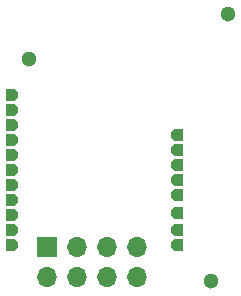
<source format=gbr>
%TF.GenerationSoftware,KiCad,Pcbnew,(5.99.0-10506-gb986797469)*%
%TF.CreationDate,2021-10-07T12:38:37+02:00*%
%TF.ProjectId,ESP31_V2,45535033-315f-4563-922e-6b696361645f,rev?*%
%TF.SameCoordinates,Original*%
%TF.FileFunction,Soldermask,Bot*%
%TF.FilePolarity,Negative*%
%FSLAX46Y46*%
G04 Gerber Fmt 4.6, Leading zero omitted, Abs format (unit mm)*
G04 Created by KiCad (PCBNEW (5.99.0-10506-gb986797469)) date 2021-10-07 12:38:37*
%MOMM*%
%LPD*%
G01*
G04 APERTURE LIST*
G04 Aperture macros list*
%AMOutline5P*
0 Free polygon, 5 corners , with rotation*
0 The origin of the aperture is its center*
0 number of corners: always 8*
0 $1 to $10 corner X, Y*
0 $11 Rotation angle, in degrees counterclockwise*
0 create outline with 8 corners*
4,1,5,$1,$2,$3,$4,$5,$6,$7,$8,$9,$10,$1,$2,$11*%
%AMOutline6P*
0 Free polygon, 6 corners , with rotation*
0 The origin of the aperture is its center*
0 number of corners: always 6*
0 $1 to $12 corner X, Y*
0 $13 Rotation angle, in degrees counterclockwise*
0 create outline with 6 corners*
4,1,6,$1,$2,$3,$4,$5,$6,$7,$8,$9,$10,$11,$12,$1,$2,$13*%
%AMOutline7P*
0 Free polygon, 7 corners , with rotation*
0 The origin of the aperture is its center*
0 number of corners: always 7*
0 $1 to $14 corner X, Y*
0 $15 Rotation angle, in degrees counterclockwise*
0 create outline with 7 corners*
4,1,7,$1,$2,$3,$4,$5,$6,$7,$8,$9,$10,$11,$12,$13,$14,$1,$2,$15*%
%AMOutline8P*
0 Free polygon, 8 corners , with rotation*
0 The origin of the aperture is its center*
0 number of corners: always 8*
0 $1 to $16 corner X, Y*
0 $17 Rotation angle, in degrees counterclockwise*
0 create outline with 8 corners*
4,1,8,$1,$2,$3,$4,$5,$6,$7,$8,$9,$10,$11,$12,$13,$14,$15,$16,$1,$2,$17*%
G04 Aperture macros list end*
%ADD10Outline6P,0.250000X-0.500000X-0.500000X-0.500000X-0.500000X0.500000X0.250000X0.500000X0.500000X0.250000X0.500000X-0.250000X180.000000*%
%ADD11Outline6P,0.250000X-0.500000X-0.500000X-0.500000X-0.500000X0.500000X0.250000X0.500000X0.500000X0.250000X0.500000X-0.250000X0.000000*%
%ADD12C,1.300000*%
%ADD13R,1.700000X1.700000*%
%ADD14O,1.700000X1.700000*%
G04 APERTURE END LIST*
D10*
%TO.C,J10*%
X118500000Y-107780000D03*
%TD*%
%TO.C,J15*%
X118500000Y-101180000D03*
%TD*%
%TO.C,J12*%
X118500000Y-109230000D03*
%TD*%
D11*
%TO.C,J23*%
X104500000Y-102870000D03*
%TD*%
D10*
%TO.C,J14*%
X118500000Y-103720000D03*
%TD*%
%TO.C,J11*%
X118500000Y-110500000D03*
%TD*%
%TO.C,J17*%
X118500000Y-104990000D03*
%TD*%
D11*
%TO.C,J24*%
X104500000Y-100330000D03*
%TD*%
D12*
%TO.C,REF\u002A\u002A*%
X106000000Y-94800000D03*
%TD*%
D11*
%TO.C,J18*%
X104500000Y-107950000D03*
%TD*%
D12*
%TO.C,*%
X122800000Y-91000000D03*
%TD*%
D11*
%TO.C,J20*%
X104500000Y-110490000D03*
%TD*%
%TO.C,J22*%
X104500000Y-106680000D03*
%TD*%
%TO.C,J19*%
X104500000Y-109220000D03*
%TD*%
D10*
%TO.C,J13*%
X118500000Y-106260000D03*
%TD*%
D11*
%TO.C,J5*%
X104500000Y-105410000D03*
%TD*%
%TO.C,J6*%
X104500000Y-104140000D03*
%TD*%
D10*
%TO.C,J16*%
X118500000Y-102450000D03*
%TD*%
D12*
%TO.C,*%
X121400000Y-113600000D03*
%TD*%
D11*
%TO.C,J3*%
X104500000Y-97790000D03*
%TD*%
%TO.C,J21*%
X104500000Y-101600000D03*
%TD*%
%TO.C,J4*%
X104500000Y-99060000D03*
%TD*%
D13*
%TO.C,J1*%
X107460000Y-110725000D03*
D14*
X107460000Y-113265000D03*
X110000000Y-110725000D03*
X110000000Y-113265000D03*
X112540000Y-110725000D03*
X112540000Y-113265000D03*
X115080000Y-110725000D03*
X115080000Y-113265000D03*
%TD*%
M02*

</source>
